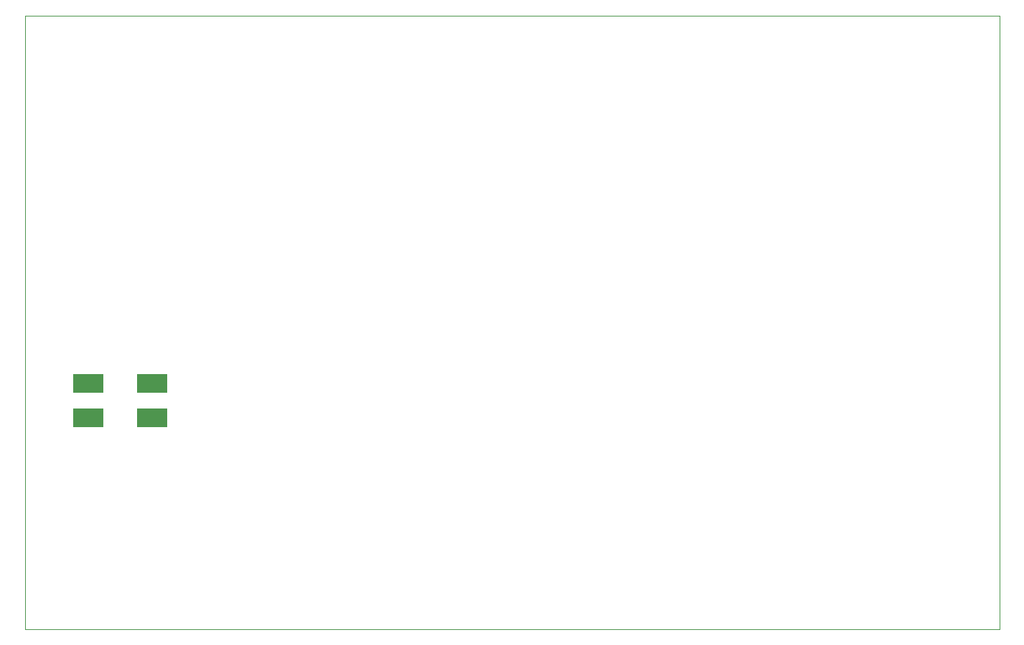
<source format=gbr>
G04 PROTEUS GERBER X2 FILE*
%TF.GenerationSoftware,Labcenter,Proteus,8.15-SP1-Build34318*%
%TF.CreationDate,2023-11-28T19:51:24+00:00*%
%TF.FileFunction,Paste,Top*%
%TF.FilePolarity,Positive*%
%TF.Part,Single*%
%TF.SameCoordinates,{4b54416f-b8ac-4c38-86d9-f2280a18938b}*%
%FSLAX45Y45*%
%MOMM*%
G01*
%TA.AperFunction,Material*%
%ADD30R,3.606800X2.260600*%
%TA.AperFunction,Profile*%
%ADD71C,0.101600*%
%TD.AperFunction*%
D30*
X-1750000Y+2750000D03*
X-1750000Y+3150000D03*
X-2500000Y+2750000D03*
X-2500000Y+3150000D03*
D71*
X-3250000Y+250000D02*
X+8250000Y+250000D01*
X+8250000Y+7500000D01*
X-3250000Y+7500000D01*
X-3250000Y+250000D01*
M02*

</source>
